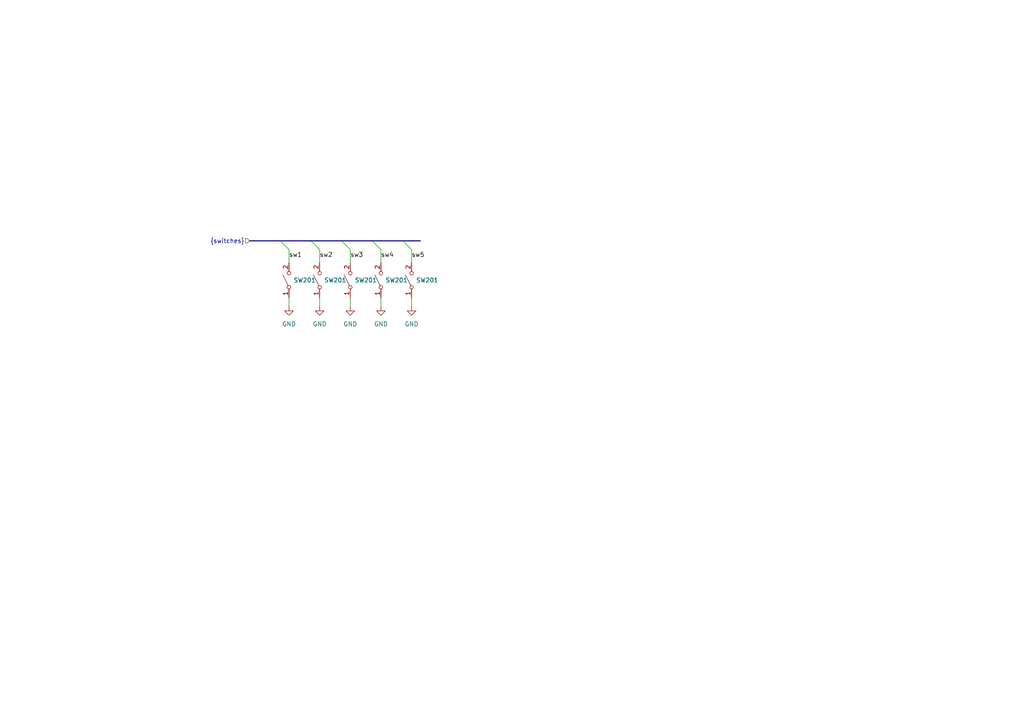
<source format=kicad_sch>
(kicad_sch (version 20230121) (generator eeschema)
  (paper "A4")
  (lib_symbols
    (symbol "custom_kicad_lib_sk:default_switch" (pin_names (offset 0) hide)
      (property "Reference" "SW" (at 0 3.175 0))
      (property "Value" "default_switch" (at 0 -2.54 0))
      (property "JLCPCB Part#" "C318884" (at 0 0 0))
      (symbol "default_switch_0_0"
        (circle (center -2.032 0) (radius 0.508))
        (polyline (pts (xy -1.524 0.254) (xy 1.524 1.778)))
        (circle (center 2.032 0) (radius 0.508))
      )
      (symbol "default_switch_1_1"
        (pin passive line (at -5.08 0 0) (length 2.54) (name "A") (number "1"))
        (pin passive line (at 5.08 0 180) (length 2.54) (name "B") (number "2"))
      )
    )
    (symbol "power:GND" (power) (pin_names (offset 0))
      (property "Value" "GND" (at 0 -3.81 0))
      (symbol "GND_0_1"
        (polyline (pts (xy 0 0) (xy 0 -1.27) (xy 1.27 -1.27) (xy 0 -2.54) (xy -1.27 -1.27) (xy 0 -1.27)))
      )
      (symbol "GND_1_1"
        (pin power_in line (at 0 0 270) (length 0) hide (name "GND") (number "1"))
      )
    )
  )
  (bus_entry (at 81.28 69.85) (size 2.54 2.54))
  (bus_entry (at 107.95 69.85) (size 2.54 2.54))
  (bus_entry (at 116.84 69.85) (size 2.54 2.54))
  (bus_entry (at 90.17 69.85) (size 2.54 2.54))
  (bus_entry (at 99.06 69.85) (size 2.54 2.54))
  (wire (pts (xy 119.38 86.36) (xy 119.38 88.9)))
  (bus (pts (xy 116.84 69.85) (xy 121.92 69.85)))
  (bus (pts (xy 99.06 69.85) (xy 107.95 69.85)))
  (wire (pts (xy 110.49 86.36) (xy 110.49 88.9)))
  (wire (pts (xy 119.38 72.39) (xy 119.38 76.2)))
  (wire (pts (xy 101.6 72.39) (xy 101.6 76.2)))
  (bus (pts (xy 90.17 69.85) (xy 99.06 69.85)))
  (wire (pts (xy 92.71 72.39) (xy 92.71 76.2)))
  (wire (pts (xy 101.6 86.36) (xy 101.6 88.9)))
  (wire (pts (xy 83.82 72.39) (xy 83.82 76.2)))
  (bus (pts (xy 81.28 69.85) (xy 90.17 69.85)))
  (wire (pts (xy 83.82 86.36) (xy 83.82 88.9)))
  (bus (pts (xy 72.39 69.85) (xy 81.28 69.85)))
  (wire (pts (xy 92.71 86.36) (xy 92.71 88.9)))
  (bus (pts (xy 107.95 69.85) (xy 116.84 69.85)))
  (wire (pts (xy 110.49 72.39) (xy 110.49 76.2)))
  (label "sw5" (at 119.38 74.93 0))
  (label "sw2" (at 92.71 74.93 0))
  (label "sw3" (at 101.6 74.93 0))
  (label "sw4" (at 110.49 74.93 0))
  (label "sw1" (at 83.82 74.93 0))
  (hierarchical_label "{switches}" (shape input) (at 72.39 69.85 180))
  (symbol (lib_id "power:GND") (at 110.49 88.9 0) (unit 1)
    (property "Reference" "#PWR0604" (effects hide))
    (property "Value" "GND" (at 110.49 93.98 0))
  )
  (symbol (lib_id "power:GND") (at 83.82 88.9 0) (unit 1)
    (property "Reference" "#PWR0601" (effects hide))
    (property "Value" "GND" (at 83.82 93.98 0))
  )
  (symbol (lib_id "custom_kicad_lib_sk:default_switch") (at 110.49 81.28 90) (unit 1)
    (property "Reference" "SW201" (at 111.76 81.28 90) (effects (justify right)))
    (property "Value" "default_switch" (effects hide))
    (property "Footprint" "custom_kicad_lib_sk:default_switch" (effects hide))
    (property "JLCPCB Part#" "C318884" (effects hide))
    (instances (project "atmega328" (path "" (reference "SW201") (unit 1))) (project "OS-servoDriver" (path "" (reference "SW201") (unit 1)) (path "" (reference "SW604") (unit 1))))
  )
  (symbol (lib_id "custom_kicad_lib_sk:default_switch") (at 101.6 81.28 90) (unit 1)
    (property "Reference" "SW201" (at 102.87 81.28 90) (effects (justify right)))
    (property "Value" "default_switch" (effects hide))
    (property "Footprint" "custom_kicad_lib_sk:default_switch" (effects hide))
    (property "JLCPCB Part#" "C318884" (effects hide))
    (instances (project "atmega328" (path "" (reference "SW201") (unit 1))) (project "OS-servoDriver" (path "" (reference "SW201") (unit 1)) (path "" (reference "SW603") (unit 1))))
  )
  (symbol (lib_id "custom_kicad_lib_sk:default_switch") (at 119.38 81.28 90) (unit 1)
    (property "Reference" "SW201" (at 120.65 81.28 90) (effects (justify right)))
    (property "Value" "default_switch" (effects hide))
    (property "Footprint" "custom_kicad_lib_sk:default_switch" (effects hide))
    (property "JLCPCB Part#" "C318884" (effects hide))
    (instances (project "atmega328" (path "" (reference "SW201") (unit 1))) (project "OS-servoDriver" (path "" (reference "SW201") (unit 1)) (path "" (reference "SW605") (unit 1))))
  )
  (symbol (lib_id "power:GND") (at 92.71 88.9 0) (unit 1)
    (property "Reference" "#PWR0602" (effects hide))
    (property "Value" "GND" (at 92.71 93.98 0))
  )
  (symbol (lib_id "power:GND") (at 101.6 88.9 0) (unit 1)
    (property "Reference" "#PWR0603" (effects hide))
    (property "Value" "GND" (at 101.6 93.98 0))
  )
  (symbol (lib_id "custom_kicad_lib_sk:default_switch") (at 92.71 81.28 90) (unit 1)
    (property "Reference" "SW201" (at 93.98 81.28 90) (effects (justify right)))
    (property "Value" "default_switch" (effects hide))
    (property "Footprint" "custom_kicad_lib_sk:default_switch" (effects hide))
    (property "JLCPCB Part#" "C318884" (effects hide))
    (instances (project "atmega328" (path "" (reference "SW201") (unit 1))) (project "OS-servoDriver" (path "" (reference "SW201") (unit 1)) (path "" (reference "SW602") (unit 1))))
  )
  (symbol (lib_id "power:GND") (at 119.38 88.9 0) (unit 1)
    (property "Reference" "#PWR0605" (effects hide))
    (property "Value" "GND" (at 119.38 93.98 0))
  )
  (symbol (lib_id "custom_kicad_lib_sk:default_switch") (at 83.82 81.28 90) (unit 1)
    (property "Reference" "SW201" (at 85.09 81.28 90) (effects (justify right)))
    (property "Value" "default_switch" (effects hide))
    (property "Footprint" "custom_kicad_lib_sk:default_switch" (effects hide))
    (property "JLCPCB Part#" "C318884" (effects hide))
    (instances (project "atmega328" (path "" (reference "SW201") (unit 1))) (project "OS-servoDriver" (path "" (reference "SW201") (unit 1)) (path "" (reference "SW601") (unit 1))))
  )
)
</source>
